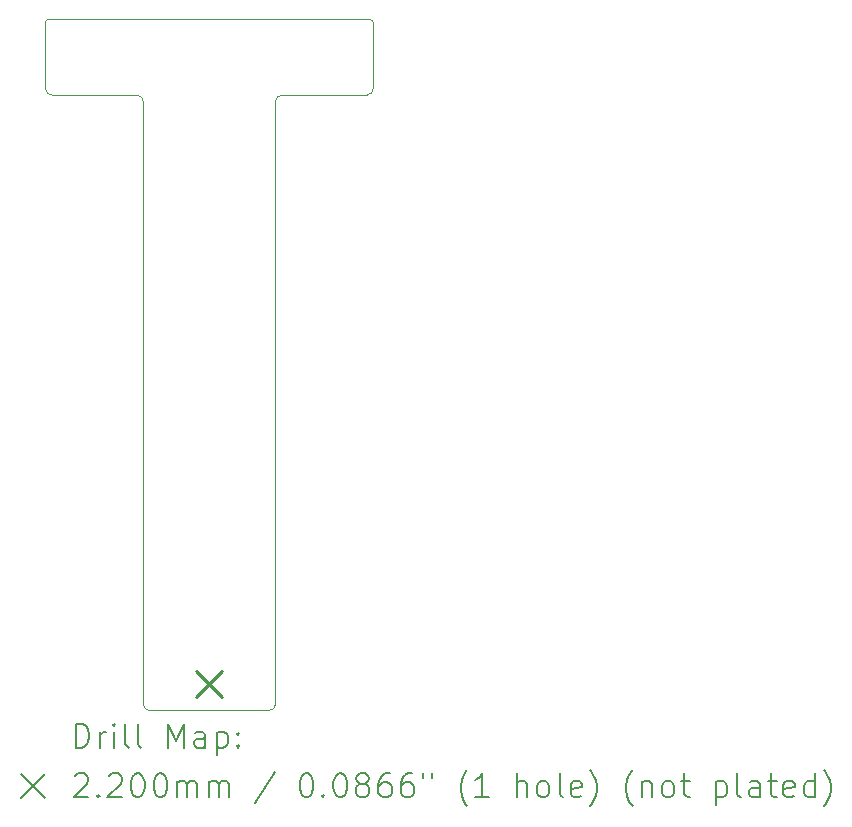
<source format=gbr>
%TF.GenerationSoftware,KiCad,Pcbnew,9.0.6*%
%TF.CreationDate,2026-01-01T12:21:58-06:00*%
%TF.ProjectId,FFC-40,4646432d-3430-42e6-9b69-6361645f7063,rev?*%
%TF.SameCoordinates,Original*%
%TF.FileFunction,Drillmap*%
%TF.FilePolarity,Positive*%
%FSLAX45Y45*%
G04 Gerber Fmt 4.5, Leading zero omitted, Abs format (unit mm)*
G04 Created by KiCad (PCBNEW 9.0.6) date 2026-01-01 12:21:58*
%MOMM*%
%LPD*%
G01*
G04 APERTURE LIST*
%ADD10C,0.050000*%
%ADD11C,0.200000*%
%ADD12C,0.220000*%
G04 APERTURE END LIST*
D10*
X11760000Y-14680000D02*
G75*
G02*
X11710000Y-14630000I0J50000D01*
G01*
X12826422Y-14630000D02*
G75*
G02*
X12776422Y-14680002I-50002J0D01*
G01*
X12826422Y-14630000D02*
X12826422Y-9526160D01*
X11760000Y-14680000D02*
X12776422Y-14680000D01*
X12826422Y-9526160D02*
G75*
G02*
X12882582Y-9470000I56160J0D01*
G01*
X11653840Y-9470000D02*
G75*
G02*
X11710000Y-9526160I0J-56160D01*
G01*
X10936160Y-9470000D02*
G75*
G02*
X10880000Y-9413840I0J56160D01*
G01*
X10906160Y-8830000D02*
X13630000Y-8830000D01*
X10880000Y-8856160D02*
X10880000Y-9413840D01*
X13630000Y-8830000D02*
G75*
G02*
X13656160Y-8856160I0J-26160D01*
G01*
X13656160Y-9413840D02*
X13656160Y-8856160D01*
X13656160Y-9413840D02*
G75*
G02*
X13600000Y-9470000I-56160J0D01*
G01*
X12882582Y-9470000D02*
X13600000Y-9470000D01*
X11710000Y-9526160D02*
X11710000Y-14630000D01*
X10936160Y-9470000D02*
X11653840Y-9470000D01*
X10880000Y-8856160D02*
G75*
G02*
X10906160Y-8830000I26160J0D01*
G01*
D11*
D12*
X12158217Y-14350000D02*
X12378217Y-14570000D01*
X12378217Y-14350000D02*
X12158217Y-14570000D01*
D11*
X11138277Y-14993984D02*
X11138277Y-14793984D01*
X11138277Y-14793984D02*
X11185896Y-14793984D01*
X11185896Y-14793984D02*
X11214467Y-14803508D01*
X11214467Y-14803508D02*
X11233515Y-14822555D01*
X11233515Y-14822555D02*
X11243039Y-14841603D01*
X11243039Y-14841603D02*
X11252562Y-14879698D01*
X11252562Y-14879698D02*
X11252562Y-14908269D01*
X11252562Y-14908269D02*
X11243039Y-14946365D01*
X11243039Y-14946365D02*
X11233515Y-14965412D01*
X11233515Y-14965412D02*
X11214467Y-14984460D01*
X11214467Y-14984460D02*
X11185896Y-14993984D01*
X11185896Y-14993984D02*
X11138277Y-14993984D01*
X11338277Y-14993984D02*
X11338277Y-14860650D01*
X11338277Y-14898746D02*
X11347801Y-14879698D01*
X11347801Y-14879698D02*
X11357324Y-14870174D01*
X11357324Y-14870174D02*
X11376372Y-14860650D01*
X11376372Y-14860650D02*
X11395420Y-14860650D01*
X11462086Y-14993984D02*
X11462086Y-14860650D01*
X11462086Y-14793984D02*
X11452562Y-14803508D01*
X11452562Y-14803508D02*
X11462086Y-14813031D01*
X11462086Y-14813031D02*
X11471610Y-14803508D01*
X11471610Y-14803508D02*
X11462086Y-14793984D01*
X11462086Y-14793984D02*
X11462086Y-14813031D01*
X11585896Y-14993984D02*
X11566848Y-14984460D01*
X11566848Y-14984460D02*
X11557324Y-14965412D01*
X11557324Y-14965412D02*
X11557324Y-14793984D01*
X11690658Y-14993984D02*
X11671610Y-14984460D01*
X11671610Y-14984460D02*
X11662086Y-14965412D01*
X11662086Y-14965412D02*
X11662086Y-14793984D01*
X11919229Y-14993984D02*
X11919229Y-14793984D01*
X11919229Y-14793984D02*
X11985896Y-14936841D01*
X11985896Y-14936841D02*
X12052562Y-14793984D01*
X12052562Y-14793984D02*
X12052562Y-14993984D01*
X12233515Y-14993984D02*
X12233515Y-14889222D01*
X12233515Y-14889222D02*
X12223991Y-14870174D01*
X12223991Y-14870174D02*
X12204943Y-14860650D01*
X12204943Y-14860650D02*
X12166848Y-14860650D01*
X12166848Y-14860650D02*
X12147801Y-14870174D01*
X12233515Y-14984460D02*
X12214467Y-14993984D01*
X12214467Y-14993984D02*
X12166848Y-14993984D01*
X12166848Y-14993984D02*
X12147801Y-14984460D01*
X12147801Y-14984460D02*
X12138277Y-14965412D01*
X12138277Y-14965412D02*
X12138277Y-14946365D01*
X12138277Y-14946365D02*
X12147801Y-14927317D01*
X12147801Y-14927317D02*
X12166848Y-14917793D01*
X12166848Y-14917793D02*
X12214467Y-14917793D01*
X12214467Y-14917793D02*
X12233515Y-14908269D01*
X12328753Y-14860650D02*
X12328753Y-15060650D01*
X12328753Y-14870174D02*
X12347801Y-14860650D01*
X12347801Y-14860650D02*
X12385896Y-14860650D01*
X12385896Y-14860650D02*
X12404943Y-14870174D01*
X12404943Y-14870174D02*
X12414467Y-14879698D01*
X12414467Y-14879698D02*
X12423991Y-14898746D01*
X12423991Y-14898746D02*
X12423991Y-14955888D01*
X12423991Y-14955888D02*
X12414467Y-14974936D01*
X12414467Y-14974936D02*
X12404943Y-14984460D01*
X12404943Y-14984460D02*
X12385896Y-14993984D01*
X12385896Y-14993984D02*
X12347801Y-14993984D01*
X12347801Y-14993984D02*
X12328753Y-14984460D01*
X12509705Y-14974936D02*
X12519229Y-14984460D01*
X12519229Y-14984460D02*
X12509705Y-14993984D01*
X12509705Y-14993984D02*
X12500182Y-14984460D01*
X12500182Y-14984460D02*
X12509705Y-14974936D01*
X12509705Y-14974936D02*
X12509705Y-14993984D01*
X12509705Y-14870174D02*
X12519229Y-14879698D01*
X12519229Y-14879698D02*
X12509705Y-14889222D01*
X12509705Y-14889222D02*
X12500182Y-14879698D01*
X12500182Y-14879698D02*
X12509705Y-14870174D01*
X12509705Y-14870174D02*
X12509705Y-14889222D01*
X10677500Y-15222500D02*
X10877500Y-15422500D01*
X10877500Y-15222500D02*
X10677500Y-15422500D01*
X11128753Y-15233031D02*
X11138277Y-15223508D01*
X11138277Y-15223508D02*
X11157324Y-15213984D01*
X11157324Y-15213984D02*
X11204943Y-15213984D01*
X11204943Y-15213984D02*
X11223991Y-15223508D01*
X11223991Y-15223508D02*
X11233515Y-15233031D01*
X11233515Y-15233031D02*
X11243039Y-15252079D01*
X11243039Y-15252079D02*
X11243039Y-15271127D01*
X11243039Y-15271127D02*
X11233515Y-15299698D01*
X11233515Y-15299698D02*
X11119229Y-15413984D01*
X11119229Y-15413984D02*
X11243039Y-15413984D01*
X11328753Y-15394936D02*
X11338277Y-15404460D01*
X11338277Y-15404460D02*
X11328753Y-15413984D01*
X11328753Y-15413984D02*
X11319229Y-15404460D01*
X11319229Y-15404460D02*
X11328753Y-15394936D01*
X11328753Y-15394936D02*
X11328753Y-15413984D01*
X11414467Y-15233031D02*
X11423991Y-15223508D01*
X11423991Y-15223508D02*
X11443039Y-15213984D01*
X11443039Y-15213984D02*
X11490658Y-15213984D01*
X11490658Y-15213984D02*
X11509705Y-15223508D01*
X11509705Y-15223508D02*
X11519229Y-15233031D01*
X11519229Y-15233031D02*
X11528753Y-15252079D01*
X11528753Y-15252079D02*
X11528753Y-15271127D01*
X11528753Y-15271127D02*
X11519229Y-15299698D01*
X11519229Y-15299698D02*
X11404943Y-15413984D01*
X11404943Y-15413984D02*
X11528753Y-15413984D01*
X11652562Y-15213984D02*
X11671610Y-15213984D01*
X11671610Y-15213984D02*
X11690658Y-15223508D01*
X11690658Y-15223508D02*
X11700182Y-15233031D01*
X11700182Y-15233031D02*
X11709705Y-15252079D01*
X11709705Y-15252079D02*
X11719229Y-15290174D01*
X11719229Y-15290174D02*
X11719229Y-15337793D01*
X11719229Y-15337793D02*
X11709705Y-15375888D01*
X11709705Y-15375888D02*
X11700182Y-15394936D01*
X11700182Y-15394936D02*
X11690658Y-15404460D01*
X11690658Y-15404460D02*
X11671610Y-15413984D01*
X11671610Y-15413984D02*
X11652562Y-15413984D01*
X11652562Y-15413984D02*
X11633515Y-15404460D01*
X11633515Y-15404460D02*
X11623991Y-15394936D01*
X11623991Y-15394936D02*
X11614467Y-15375888D01*
X11614467Y-15375888D02*
X11604943Y-15337793D01*
X11604943Y-15337793D02*
X11604943Y-15290174D01*
X11604943Y-15290174D02*
X11614467Y-15252079D01*
X11614467Y-15252079D02*
X11623991Y-15233031D01*
X11623991Y-15233031D02*
X11633515Y-15223508D01*
X11633515Y-15223508D02*
X11652562Y-15213984D01*
X11843039Y-15213984D02*
X11862086Y-15213984D01*
X11862086Y-15213984D02*
X11881134Y-15223508D01*
X11881134Y-15223508D02*
X11890658Y-15233031D01*
X11890658Y-15233031D02*
X11900182Y-15252079D01*
X11900182Y-15252079D02*
X11909705Y-15290174D01*
X11909705Y-15290174D02*
X11909705Y-15337793D01*
X11909705Y-15337793D02*
X11900182Y-15375888D01*
X11900182Y-15375888D02*
X11890658Y-15394936D01*
X11890658Y-15394936D02*
X11881134Y-15404460D01*
X11881134Y-15404460D02*
X11862086Y-15413984D01*
X11862086Y-15413984D02*
X11843039Y-15413984D01*
X11843039Y-15413984D02*
X11823991Y-15404460D01*
X11823991Y-15404460D02*
X11814467Y-15394936D01*
X11814467Y-15394936D02*
X11804943Y-15375888D01*
X11804943Y-15375888D02*
X11795420Y-15337793D01*
X11795420Y-15337793D02*
X11795420Y-15290174D01*
X11795420Y-15290174D02*
X11804943Y-15252079D01*
X11804943Y-15252079D02*
X11814467Y-15233031D01*
X11814467Y-15233031D02*
X11823991Y-15223508D01*
X11823991Y-15223508D02*
X11843039Y-15213984D01*
X11995420Y-15413984D02*
X11995420Y-15280650D01*
X11995420Y-15299698D02*
X12004943Y-15290174D01*
X12004943Y-15290174D02*
X12023991Y-15280650D01*
X12023991Y-15280650D02*
X12052563Y-15280650D01*
X12052563Y-15280650D02*
X12071610Y-15290174D01*
X12071610Y-15290174D02*
X12081134Y-15309222D01*
X12081134Y-15309222D02*
X12081134Y-15413984D01*
X12081134Y-15309222D02*
X12090658Y-15290174D01*
X12090658Y-15290174D02*
X12109705Y-15280650D01*
X12109705Y-15280650D02*
X12138277Y-15280650D01*
X12138277Y-15280650D02*
X12157324Y-15290174D01*
X12157324Y-15290174D02*
X12166848Y-15309222D01*
X12166848Y-15309222D02*
X12166848Y-15413984D01*
X12262086Y-15413984D02*
X12262086Y-15280650D01*
X12262086Y-15299698D02*
X12271610Y-15290174D01*
X12271610Y-15290174D02*
X12290658Y-15280650D01*
X12290658Y-15280650D02*
X12319229Y-15280650D01*
X12319229Y-15280650D02*
X12338277Y-15290174D01*
X12338277Y-15290174D02*
X12347801Y-15309222D01*
X12347801Y-15309222D02*
X12347801Y-15413984D01*
X12347801Y-15309222D02*
X12357324Y-15290174D01*
X12357324Y-15290174D02*
X12376372Y-15280650D01*
X12376372Y-15280650D02*
X12404943Y-15280650D01*
X12404943Y-15280650D02*
X12423991Y-15290174D01*
X12423991Y-15290174D02*
X12433515Y-15309222D01*
X12433515Y-15309222D02*
X12433515Y-15413984D01*
X12823991Y-15204460D02*
X12652563Y-15461603D01*
X13081134Y-15213984D02*
X13100182Y-15213984D01*
X13100182Y-15213984D02*
X13119229Y-15223508D01*
X13119229Y-15223508D02*
X13128753Y-15233031D01*
X13128753Y-15233031D02*
X13138277Y-15252079D01*
X13138277Y-15252079D02*
X13147801Y-15290174D01*
X13147801Y-15290174D02*
X13147801Y-15337793D01*
X13147801Y-15337793D02*
X13138277Y-15375888D01*
X13138277Y-15375888D02*
X13128753Y-15394936D01*
X13128753Y-15394936D02*
X13119229Y-15404460D01*
X13119229Y-15404460D02*
X13100182Y-15413984D01*
X13100182Y-15413984D02*
X13081134Y-15413984D01*
X13081134Y-15413984D02*
X13062086Y-15404460D01*
X13062086Y-15404460D02*
X13052563Y-15394936D01*
X13052563Y-15394936D02*
X13043039Y-15375888D01*
X13043039Y-15375888D02*
X13033515Y-15337793D01*
X13033515Y-15337793D02*
X13033515Y-15290174D01*
X13033515Y-15290174D02*
X13043039Y-15252079D01*
X13043039Y-15252079D02*
X13052563Y-15233031D01*
X13052563Y-15233031D02*
X13062086Y-15223508D01*
X13062086Y-15223508D02*
X13081134Y-15213984D01*
X13233515Y-15394936D02*
X13243039Y-15404460D01*
X13243039Y-15404460D02*
X13233515Y-15413984D01*
X13233515Y-15413984D02*
X13223991Y-15404460D01*
X13223991Y-15404460D02*
X13233515Y-15394936D01*
X13233515Y-15394936D02*
X13233515Y-15413984D01*
X13366848Y-15213984D02*
X13385896Y-15213984D01*
X13385896Y-15213984D02*
X13404944Y-15223508D01*
X13404944Y-15223508D02*
X13414467Y-15233031D01*
X13414467Y-15233031D02*
X13423991Y-15252079D01*
X13423991Y-15252079D02*
X13433515Y-15290174D01*
X13433515Y-15290174D02*
X13433515Y-15337793D01*
X13433515Y-15337793D02*
X13423991Y-15375888D01*
X13423991Y-15375888D02*
X13414467Y-15394936D01*
X13414467Y-15394936D02*
X13404944Y-15404460D01*
X13404944Y-15404460D02*
X13385896Y-15413984D01*
X13385896Y-15413984D02*
X13366848Y-15413984D01*
X13366848Y-15413984D02*
X13347801Y-15404460D01*
X13347801Y-15404460D02*
X13338277Y-15394936D01*
X13338277Y-15394936D02*
X13328753Y-15375888D01*
X13328753Y-15375888D02*
X13319229Y-15337793D01*
X13319229Y-15337793D02*
X13319229Y-15290174D01*
X13319229Y-15290174D02*
X13328753Y-15252079D01*
X13328753Y-15252079D02*
X13338277Y-15233031D01*
X13338277Y-15233031D02*
X13347801Y-15223508D01*
X13347801Y-15223508D02*
X13366848Y-15213984D01*
X13547801Y-15299698D02*
X13528753Y-15290174D01*
X13528753Y-15290174D02*
X13519229Y-15280650D01*
X13519229Y-15280650D02*
X13509706Y-15261603D01*
X13509706Y-15261603D02*
X13509706Y-15252079D01*
X13509706Y-15252079D02*
X13519229Y-15233031D01*
X13519229Y-15233031D02*
X13528753Y-15223508D01*
X13528753Y-15223508D02*
X13547801Y-15213984D01*
X13547801Y-15213984D02*
X13585896Y-15213984D01*
X13585896Y-15213984D02*
X13604944Y-15223508D01*
X13604944Y-15223508D02*
X13614467Y-15233031D01*
X13614467Y-15233031D02*
X13623991Y-15252079D01*
X13623991Y-15252079D02*
X13623991Y-15261603D01*
X13623991Y-15261603D02*
X13614467Y-15280650D01*
X13614467Y-15280650D02*
X13604944Y-15290174D01*
X13604944Y-15290174D02*
X13585896Y-15299698D01*
X13585896Y-15299698D02*
X13547801Y-15299698D01*
X13547801Y-15299698D02*
X13528753Y-15309222D01*
X13528753Y-15309222D02*
X13519229Y-15318746D01*
X13519229Y-15318746D02*
X13509706Y-15337793D01*
X13509706Y-15337793D02*
X13509706Y-15375888D01*
X13509706Y-15375888D02*
X13519229Y-15394936D01*
X13519229Y-15394936D02*
X13528753Y-15404460D01*
X13528753Y-15404460D02*
X13547801Y-15413984D01*
X13547801Y-15413984D02*
X13585896Y-15413984D01*
X13585896Y-15413984D02*
X13604944Y-15404460D01*
X13604944Y-15404460D02*
X13614467Y-15394936D01*
X13614467Y-15394936D02*
X13623991Y-15375888D01*
X13623991Y-15375888D02*
X13623991Y-15337793D01*
X13623991Y-15337793D02*
X13614467Y-15318746D01*
X13614467Y-15318746D02*
X13604944Y-15309222D01*
X13604944Y-15309222D02*
X13585896Y-15299698D01*
X13795420Y-15213984D02*
X13757325Y-15213984D01*
X13757325Y-15213984D02*
X13738277Y-15223508D01*
X13738277Y-15223508D02*
X13728753Y-15233031D01*
X13728753Y-15233031D02*
X13709706Y-15261603D01*
X13709706Y-15261603D02*
X13700182Y-15299698D01*
X13700182Y-15299698D02*
X13700182Y-15375888D01*
X13700182Y-15375888D02*
X13709706Y-15394936D01*
X13709706Y-15394936D02*
X13719229Y-15404460D01*
X13719229Y-15404460D02*
X13738277Y-15413984D01*
X13738277Y-15413984D02*
X13776372Y-15413984D01*
X13776372Y-15413984D02*
X13795420Y-15404460D01*
X13795420Y-15404460D02*
X13804944Y-15394936D01*
X13804944Y-15394936D02*
X13814467Y-15375888D01*
X13814467Y-15375888D02*
X13814467Y-15328269D01*
X13814467Y-15328269D02*
X13804944Y-15309222D01*
X13804944Y-15309222D02*
X13795420Y-15299698D01*
X13795420Y-15299698D02*
X13776372Y-15290174D01*
X13776372Y-15290174D02*
X13738277Y-15290174D01*
X13738277Y-15290174D02*
X13719229Y-15299698D01*
X13719229Y-15299698D02*
X13709706Y-15309222D01*
X13709706Y-15309222D02*
X13700182Y-15328269D01*
X13985896Y-15213984D02*
X13947801Y-15213984D01*
X13947801Y-15213984D02*
X13928753Y-15223508D01*
X13928753Y-15223508D02*
X13919229Y-15233031D01*
X13919229Y-15233031D02*
X13900182Y-15261603D01*
X13900182Y-15261603D02*
X13890658Y-15299698D01*
X13890658Y-15299698D02*
X13890658Y-15375888D01*
X13890658Y-15375888D02*
X13900182Y-15394936D01*
X13900182Y-15394936D02*
X13909706Y-15404460D01*
X13909706Y-15404460D02*
X13928753Y-15413984D01*
X13928753Y-15413984D02*
X13966848Y-15413984D01*
X13966848Y-15413984D02*
X13985896Y-15404460D01*
X13985896Y-15404460D02*
X13995420Y-15394936D01*
X13995420Y-15394936D02*
X14004944Y-15375888D01*
X14004944Y-15375888D02*
X14004944Y-15328269D01*
X14004944Y-15328269D02*
X13995420Y-15309222D01*
X13995420Y-15309222D02*
X13985896Y-15299698D01*
X13985896Y-15299698D02*
X13966848Y-15290174D01*
X13966848Y-15290174D02*
X13928753Y-15290174D01*
X13928753Y-15290174D02*
X13909706Y-15299698D01*
X13909706Y-15299698D02*
X13900182Y-15309222D01*
X13900182Y-15309222D02*
X13890658Y-15328269D01*
X14081134Y-15213984D02*
X14081134Y-15252079D01*
X14157325Y-15213984D02*
X14157325Y-15252079D01*
X14452563Y-15490174D02*
X14443039Y-15480650D01*
X14443039Y-15480650D02*
X14423991Y-15452079D01*
X14423991Y-15452079D02*
X14414468Y-15433031D01*
X14414468Y-15433031D02*
X14404944Y-15404460D01*
X14404944Y-15404460D02*
X14395420Y-15356841D01*
X14395420Y-15356841D02*
X14395420Y-15318746D01*
X14395420Y-15318746D02*
X14404944Y-15271127D01*
X14404944Y-15271127D02*
X14414468Y-15242555D01*
X14414468Y-15242555D02*
X14423991Y-15223508D01*
X14423991Y-15223508D02*
X14443039Y-15194936D01*
X14443039Y-15194936D02*
X14452563Y-15185412D01*
X14633515Y-15413984D02*
X14519229Y-15413984D01*
X14576372Y-15413984D02*
X14576372Y-15213984D01*
X14576372Y-15213984D02*
X14557325Y-15242555D01*
X14557325Y-15242555D02*
X14538277Y-15261603D01*
X14538277Y-15261603D02*
X14519229Y-15271127D01*
X14871610Y-15413984D02*
X14871610Y-15213984D01*
X14957325Y-15413984D02*
X14957325Y-15309222D01*
X14957325Y-15309222D02*
X14947801Y-15290174D01*
X14947801Y-15290174D02*
X14928753Y-15280650D01*
X14928753Y-15280650D02*
X14900182Y-15280650D01*
X14900182Y-15280650D02*
X14881134Y-15290174D01*
X14881134Y-15290174D02*
X14871610Y-15299698D01*
X15081134Y-15413984D02*
X15062087Y-15404460D01*
X15062087Y-15404460D02*
X15052563Y-15394936D01*
X15052563Y-15394936D02*
X15043039Y-15375888D01*
X15043039Y-15375888D02*
X15043039Y-15318746D01*
X15043039Y-15318746D02*
X15052563Y-15299698D01*
X15052563Y-15299698D02*
X15062087Y-15290174D01*
X15062087Y-15290174D02*
X15081134Y-15280650D01*
X15081134Y-15280650D02*
X15109706Y-15280650D01*
X15109706Y-15280650D02*
X15128753Y-15290174D01*
X15128753Y-15290174D02*
X15138277Y-15299698D01*
X15138277Y-15299698D02*
X15147801Y-15318746D01*
X15147801Y-15318746D02*
X15147801Y-15375888D01*
X15147801Y-15375888D02*
X15138277Y-15394936D01*
X15138277Y-15394936D02*
X15128753Y-15404460D01*
X15128753Y-15404460D02*
X15109706Y-15413984D01*
X15109706Y-15413984D02*
X15081134Y-15413984D01*
X15262087Y-15413984D02*
X15243039Y-15404460D01*
X15243039Y-15404460D02*
X15233515Y-15385412D01*
X15233515Y-15385412D02*
X15233515Y-15213984D01*
X15414468Y-15404460D02*
X15395420Y-15413984D01*
X15395420Y-15413984D02*
X15357325Y-15413984D01*
X15357325Y-15413984D02*
X15338277Y-15404460D01*
X15338277Y-15404460D02*
X15328753Y-15385412D01*
X15328753Y-15385412D02*
X15328753Y-15309222D01*
X15328753Y-15309222D02*
X15338277Y-15290174D01*
X15338277Y-15290174D02*
X15357325Y-15280650D01*
X15357325Y-15280650D02*
X15395420Y-15280650D01*
X15395420Y-15280650D02*
X15414468Y-15290174D01*
X15414468Y-15290174D02*
X15423991Y-15309222D01*
X15423991Y-15309222D02*
X15423991Y-15328269D01*
X15423991Y-15328269D02*
X15328753Y-15347317D01*
X15490658Y-15490174D02*
X15500182Y-15480650D01*
X15500182Y-15480650D02*
X15519230Y-15452079D01*
X15519230Y-15452079D02*
X15528753Y-15433031D01*
X15528753Y-15433031D02*
X15538277Y-15404460D01*
X15538277Y-15404460D02*
X15547801Y-15356841D01*
X15547801Y-15356841D02*
X15547801Y-15318746D01*
X15547801Y-15318746D02*
X15538277Y-15271127D01*
X15538277Y-15271127D02*
X15528753Y-15242555D01*
X15528753Y-15242555D02*
X15519230Y-15223508D01*
X15519230Y-15223508D02*
X15500182Y-15194936D01*
X15500182Y-15194936D02*
X15490658Y-15185412D01*
X15852563Y-15490174D02*
X15843039Y-15480650D01*
X15843039Y-15480650D02*
X15823991Y-15452079D01*
X15823991Y-15452079D02*
X15814468Y-15433031D01*
X15814468Y-15433031D02*
X15804944Y-15404460D01*
X15804944Y-15404460D02*
X15795420Y-15356841D01*
X15795420Y-15356841D02*
X15795420Y-15318746D01*
X15795420Y-15318746D02*
X15804944Y-15271127D01*
X15804944Y-15271127D02*
X15814468Y-15242555D01*
X15814468Y-15242555D02*
X15823991Y-15223508D01*
X15823991Y-15223508D02*
X15843039Y-15194936D01*
X15843039Y-15194936D02*
X15852563Y-15185412D01*
X15928753Y-15280650D02*
X15928753Y-15413984D01*
X15928753Y-15299698D02*
X15938277Y-15290174D01*
X15938277Y-15290174D02*
X15957325Y-15280650D01*
X15957325Y-15280650D02*
X15985896Y-15280650D01*
X15985896Y-15280650D02*
X16004944Y-15290174D01*
X16004944Y-15290174D02*
X16014468Y-15309222D01*
X16014468Y-15309222D02*
X16014468Y-15413984D01*
X16138277Y-15413984D02*
X16119230Y-15404460D01*
X16119230Y-15404460D02*
X16109706Y-15394936D01*
X16109706Y-15394936D02*
X16100182Y-15375888D01*
X16100182Y-15375888D02*
X16100182Y-15318746D01*
X16100182Y-15318746D02*
X16109706Y-15299698D01*
X16109706Y-15299698D02*
X16119230Y-15290174D01*
X16119230Y-15290174D02*
X16138277Y-15280650D01*
X16138277Y-15280650D02*
X16166849Y-15280650D01*
X16166849Y-15280650D02*
X16185896Y-15290174D01*
X16185896Y-15290174D02*
X16195420Y-15299698D01*
X16195420Y-15299698D02*
X16204944Y-15318746D01*
X16204944Y-15318746D02*
X16204944Y-15375888D01*
X16204944Y-15375888D02*
X16195420Y-15394936D01*
X16195420Y-15394936D02*
X16185896Y-15404460D01*
X16185896Y-15404460D02*
X16166849Y-15413984D01*
X16166849Y-15413984D02*
X16138277Y-15413984D01*
X16262087Y-15280650D02*
X16338277Y-15280650D01*
X16290658Y-15213984D02*
X16290658Y-15385412D01*
X16290658Y-15385412D02*
X16300182Y-15404460D01*
X16300182Y-15404460D02*
X16319230Y-15413984D01*
X16319230Y-15413984D02*
X16338277Y-15413984D01*
X16557325Y-15280650D02*
X16557325Y-15480650D01*
X16557325Y-15290174D02*
X16576372Y-15280650D01*
X16576372Y-15280650D02*
X16614468Y-15280650D01*
X16614468Y-15280650D02*
X16633515Y-15290174D01*
X16633515Y-15290174D02*
X16643039Y-15299698D01*
X16643039Y-15299698D02*
X16652563Y-15318746D01*
X16652563Y-15318746D02*
X16652563Y-15375888D01*
X16652563Y-15375888D02*
X16643039Y-15394936D01*
X16643039Y-15394936D02*
X16633515Y-15404460D01*
X16633515Y-15404460D02*
X16614468Y-15413984D01*
X16614468Y-15413984D02*
X16576372Y-15413984D01*
X16576372Y-15413984D02*
X16557325Y-15404460D01*
X16766849Y-15413984D02*
X16747801Y-15404460D01*
X16747801Y-15404460D02*
X16738277Y-15385412D01*
X16738277Y-15385412D02*
X16738277Y-15213984D01*
X16928754Y-15413984D02*
X16928754Y-15309222D01*
X16928754Y-15309222D02*
X16919230Y-15290174D01*
X16919230Y-15290174D02*
X16900182Y-15280650D01*
X16900182Y-15280650D02*
X16862087Y-15280650D01*
X16862087Y-15280650D02*
X16843039Y-15290174D01*
X16928754Y-15404460D02*
X16909706Y-15413984D01*
X16909706Y-15413984D02*
X16862087Y-15413984D01*
X16862087Y-15413984D02*
X16843039Y-15404460D01*
X16843039Y-15404460D02*
X16833515Y-15385412D01*
X16833515Y-15385412D02*
X16833515Y-15366365D01*
X16833515Y-15366365D02*
X16843039Y-15347317D01*
X16843039Y-15347317D02*
X16862087Y-15337793D01*
X16862087Y-15337793D02*
X16909706Y-15337793D01*
X16909706Y-15337793D02*
X16928754Y-15328269D01*
X16995420Y-15280650D02*
X17071611Y-15280650D01*
X17023992Y-15213984D02*
X17023992Y-15385412D01*
X17023992Y-15385412D02*
X17033515Y-15404460D01*
X17033515Y-15404460D02*
X17052563Y-15413984D01*
X17052563Y-15413984D02*
X17071611Y-15413984D01*
X17214468Y-15404460D02*
X17195420Y-15413984D01*
X17195420Y-15413984D02*
X17157325Y-15413984D01*
X17157325Y-15413984D02*
X17138277Y-15404460D01*
X17138277Y-15404460D02*
X17128754Y-15385412D01*
X17128754Y-15385412D02*
X17128754Y-15309222D01*
X17128754Y-15309222D02*
X17138277Y-15290174D01*
X17138277Y-15290174D02*
X17157325Y-15280650D01*
X17157325Y-15280650D02*
X17195420Y-15280650D01*
X17195420Y-15280650D02*
X17214468Y-15290174D01*
X17214468Y-15290174D02*
X17223992Y-15309222D01*
X17223992Y-15309222D02*
X17223992Y-15328269D01*
X17223992Y-15328269D02*
X17128754Y-15347317D01*
X17395420Y-15413984D02*
X17395420Y-15213984D01*
X17395420Y-15404460D02*
X17376373Y-15413984D01*
X17376373Y-15413984D02*
X17338277Y-15413984D01*
X17338277Y-15413984D02*
X17319230Y-15404460D01*
X17319230Y-15404460D02*
X17309706Y-15394936D01*
X17309706Y-15394936D02*
X17300182Y-15375888D01*
X17300182Y-15375888D02*
X17300182Y-15318746D01*
X17300182Y-15318746D02*
X17309706Y-15299698D01*
X17309706Y-15299698D02*
X17319230Y-15290174D01*
X17319230Y-15290174D02*
X17338277Y-15280650D01*
X17338277Y-15280650D02*
X17376373Y-15280650D01*
X17376373Y-15280650D02*
X17395420Y-15290174D01*
X17471611Y-15490174D02*
X17481135Y-15480650D01*
X17481135Y-15480650D02*
X17500182Y-15452079D01*
X17500182Y-15452079D02*
X17509706Y-15433031D01*
X17509706Y-15433031D02*
X17519230Y-15404460D01*
X17519230Y-15404460D02*
X17528754Y-15356841D01*
X17528754Y-15356841D02*
X17528754Y-15318746D01*
X17528754Y-15318746D02*
X17519230Y-15271127D01*
X17519230Y-15271127D02*
X17509706Y-15242555D01*
X17509706Y-15242555D02*
X17500182Y-15223508D01*
X17500182Y-15223508D02*
X17481135Y-15194936D01*
X17481135Y-15194936D02*
X17471611Y-15185412D01*
M02*

</source>
